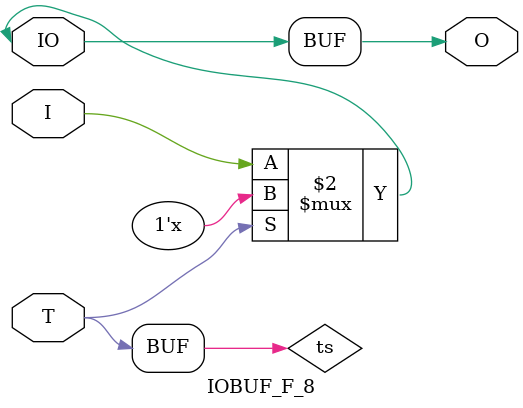
<source format=v>

/*

FUNCTION    : INPUT TRI-STATE OUTPUT BUFFER

*/

`celldefine
`timescale  100 ps / 10 ps

module IOBUF_F_8 (O, IO, I, T);

    output O;

    inout  IO;

    input  I, T;

    or O1 (ts, 1'b0, T);
    bufif0 T1 (IO, I, ts);

    buf B1 (O, IO);

endmodule

</source>
